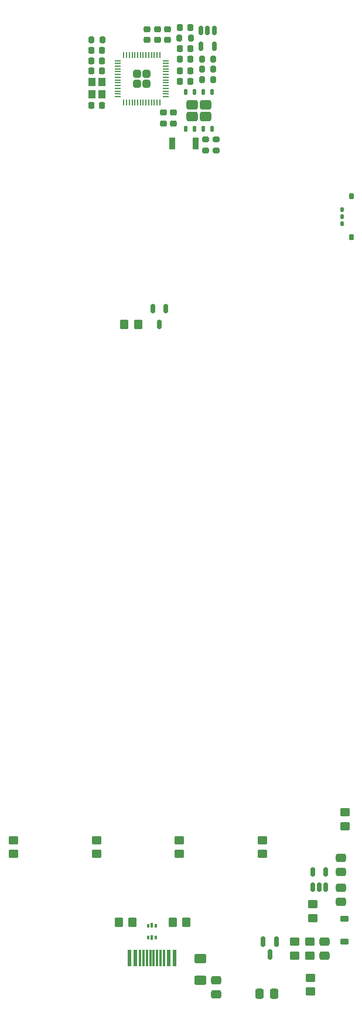
<source format=gbr>
%TF.GenerationSoftware,KiCad,Pcbnew,7.0.5*%
%TF.CreationDate,2023-07-27T14:44:28-03:00*%
%TF.ProjectId,Open_Machinist_Calculator,4f70656e-5f4d-4616-9368-696e6973745f,rev?*%
%TF.SameCoordinates,Original*%
%TF.FileFunction,Paste,Bot*%
%TF.FilePolarity,Positive*%
%FSLAX46Y46*%
G04 Gerber Fmt 4.6, Leading zero omitted, Abs format (unit mm)*
G04 Created by KiCad (PCBNEW 7.0.5) date 2023-07-27 14:44:28*
%MOMM*%
%LPD*%
G01*
G04 APERTURE LIST*
G04 Aperture macros list*
%AMRoundRect*
0 Rectangle with rounded corners*
0 $1 Rounding radius*
0 $2 $3 $4 $5 $6 $7 $8 $9 X,Y pos of 4 corners*
0 Add a 4 corners polygon primitive as box body*
4,1,4,$2,$3,$4,$5,$6,$7,$8,$9,$2,$3,0*
0 Add four circle primitives for the rounded corners*
1,1,$1+$1,$2,$3*
1,1,$1+$1,$4,$5*
1,1,$1+$1,$6,$7*
1,1,$1+$1,$8,$9*
0 Add four rect primitives between the rounded corners*
20,1,$1+$1,$2,$3,$4,$5,0*
20,1,$1+$1,$4,$5,$6,$7,0*
20,1,$1+$1,$6,$7,$8,$9,0*
20,1,$1+$1,$8,$9,$2,$3,0*%
G04 Aperture macros list end*
%ADD10RoundRect,0.250000X0.350000X0.450000X-0.350000X0.450000X-0.350000X-0.450000X0.350000X-0.450000X0*%
%ADD11RoundRect,0.150000X-0.150000X0.512500X-0.150000X-0.512500X0.150000X-0.512500X0.150000X0.512500X0*%
%ADD12RoundRect,0.225000X-0.250000X0.225000X-0.250000X-0.225000X0.250000X-0.225000X0.250000X0.225000X0*%
%ADD13RoundRect,0.250000X0.450000X-0.350000X0.450000X0.350000X-0.450000X0.350000X-0.450000X-0.350000X0*%
%ADD14RoundRect,0.250000X-0.450000X0.350000X-0.450000X-0.350000X0.450000X-0.350000X0.450000X0.350000X0*%
%ADD15RoundRect,0.200000X0.275000X-0.200000X0.275000X0.200000X-0.275000X0.200000X-0.275000X-0.200000X0*%
%ADD16RoundRect,0.250000X-0.350000X-0.450000X0.350000X-0.450000X0.350000X0.450000X-0.350000X0.450000X0*%
%ADD17RoundRect,0.250000X-0.625000X0.400000X-0.625000X-0.400000X0.625000X-0.400000X0.625000X0.400000X0*%
%ADD18RoundRect,0.200000X-0.200000X-0.275000X0.200000X-0.275000X0.200000X0.275000X-0.200000X0.275000X0*%
%ADD19R,0.375000X0.500000*%
%ADD20R,0.300000X0.650000*%
%ADD21RoundRect,0.250000X-0.475000X0.337500X-0.475000X-0.337500X0.475000X-0.337500X0.475000X0.337500X0*%
%ADD22RoundRect,0.225000X-0.225000X-0.250000X0.225000X-0.250000X0.225000X0.250000X-0.225000X0.250000X0*%
%ADD23RoundRect,0.225000X0.225000X0.250000X-0.225000X0.250000X-0.225000X-0.250000X0.225000X-0.250000X0*%
%ADD24RoundRect,0.150000X0.150000X-0.512500X0.150000X0.512500X-0.150000X0.512500X-0.150000X-0.512500X0*%
%ADD25RoundRect,0.250000X0.475000X-0.337500X0.475000X0.337500X-0.475000X0.337500X-0.475000X-0.337500X0*%
%ADD26RoundRect,0.225000X0.250000X-0.225000X0.250000X0.225000X-0.250000X0.225000X-0.250000X-0.225000X0*%
%ADD27RoundRect,0.250000X0.555000X-0.435000X0.555000X0.435000X-0.555000X0.435000X-0.555000X-0.435000X0*%
%ADD28RoundRect,0.125000X0.125000X-0.262500X0.125000X0.262500X-0.125000X0.262500X-0.125000X-0.262500X0*%
%ADD29RoundRect,0.218750X-0.218750X-0.256250X0.218750X-0.256250X0.218750X0.256250X-0.218750X0.256250X0*%
%ADD30RoundRect,0.127500X-0.127500X0.172500X-0.127500X-0.172500X0.127500X-0.172500X0.127500X0.172500X0*%
%ADD31RoundRect,0.125000X-0.125000X0.175000X-0.125000X-0.175000X0.125000X-0.175000X0.125000X0.175000X0*%
%ADD32RoundRect,0.175000X-0.175000X0.275000X-0.175000X-0.275000X0.175000X-0.275000X0.175000X0.275000X0*%
%ADD33R,0.600000X2.450000*%
%ADD34R,0.300000X2.450000*%
%ADD35RoundRect,0.250000X0.315000X-0.315000X0.315000X0.315000X-0.315000X0.315000X-0.315000X-0.315000X0*%
%ADD36O,0.200000X0.875000*%
%ADD37O,0.875000X0.200000*%
%ADD38RoundRect,0.250000X-0.337500X-0.475000X0.337500X-0.475000X0.337500X0.475000X-0.337500X0.475000X0*%
%ADD39R,1.000000X1.150000*%
%ADD40RoundRect,0.225000X-0.375000X0.225000X-0.375000X-0.225000X0.375000X-0.225000X0.375000X0.225000X0*%
%ADD41R,0.900000X1.700000*%
%ADD42RoundRect,0.150000X-0.150000X0.587500X-0.150000X-0.587500X0.150000X-0.587500X0.150000X0.587500X0*%
G04 APERTURE END LIST*
D10*
%TO.C,R14*%
X104000000Y-123237500D03*
X102000000Y-123237500D03*
%TD*%
D11*
%TO.C,Q2*%
X107105000Y-123237500D03*
X108055000Y-120962500D03*
X106155000Y-120962500D03*
%TD*%
D12*
%TO.C,C6*%
X109150000Y-92624994D03*
X109150000Y-94174994D03*
%TD*%
D13*
%TO.C,R3*%
X110000000Y-199800000D03*
X110000000Y-197800000D03*
%TD*%
D14*
%TO.C,R10*%
X126600000Y-212500000D03*
X126600000Y-214500000D03*
%TD*%
D15*
%TO.C,R12*%
X113800000Y-98124994D03*
X113800000Y-96474994D03*
%TD*%
D11*
%TO.C,U4*%
X113100000Y-80712494D03*
X114050000Y-80712494D03*
X115000000Y-80712494D03*
X115000000Y-82987494D03*
X113100000Y-82987494D03*
%TD*%
D13*
%TO.C,R9*%
X128900000Y-219700000D03*
X128900000Y-217700000D03*
%TD*%
D16*
%TO.C,R7*%
X109000000Y-209700000D03*
X111000000Y-209700000D03*
%TD*%
D17*
%TO.C,F1*%
X113000000Y-214950000D03*
X113000000Y-218050000D03*
%TD*%
D18*
%TO.C,R13*%
X97225000Y-82099994D03*
X98875000Y-82099994D03*
%TD*%
D13*
%TO.C,R8*%
X129250000Y-209100000D03*
X129250000Y-207100000D03*
%TD*%
D19*
%TO.C,U1*%
X106537500Y-211850000D03*
D20*
X106000000Y-211925000D03*
D19*
X105462500Y-211850000D03*
X105462500Y-210150000D03*
D20*
X106000000Y-210075000D03*
D19*
X106537500Y-210150000D03*
%TD*%
D21*
%TO.C,C1*%
X115300000Y-218062500D03*
X115300000Y-220137500D03*
%TD*%
D22*
%TO.C,C15*%
X110025000Y-80349994D03*
X111575000Y-80349994D03*
%TD*%
D18*
%TO.C,R15*%
X113225000Y-84849994D03*
X114875000Y-84849994D03*
%TD*%
D23*
%TO.C,C8*%
X98825000Y-85099994D03*
X97275000Y-85099994D03*
%TD*%
%TO.C,C12*%
X98825000Y-83599994D03*
X97275000Y-83599994D03*
%TD*%
D13*
%TO.C,R5*%
X133900000Y-195800000D03*
X133900000Y-193800000D03*
%TD*%
D24*
%TO.C,U2*%
X131150000Y-204637500D03*
X130200000Y-204637500D03*
X129250000Y-204637500D03*
X129250000Y-202362500D03*
X131150000Y-202362500D03*
%TD*%
D13*
%TO.C,R11*%
X128800000Y-214500000D03*
X128800000Y-212500000D03*
%TD*%
D25*
%TO.C,C2*%
X131000000Y-214537500D03*
X131000000Y-212462500D03*
%TD*%
D15*
%TO.C,R20*%
X115300000Y-98124994D03*
X115300000Y-96474994D03*
%TD*%
D26*
%TO.C,C9*%
X105300000Y-82124994D03*
X105300000Y-80574994D03*
%TD*%
D22*
%TO.C,C18*%
X110025000Y-86599994D03*
X111575000Y-86599994D03*
%TD*%
D27*
%TO.C,U5*%
X111800000Y-93149994D03*
X113800000Y-93149994D03*
X111800000Y-91449994D03*
X113800000Y-91449994D03*
D28*
X114705000Y-94962494D03*
X113435000Y-94962494D03*
X112165000Y-94962494D03*
X110895000Y-94962494D03*
X110895000Y-89637494D03*
X112165000Y-89637494D03*
X113435000Y-89637494D03*
X114705000Y-89637494D03*
%TD*%
D29*
%TO.C,D2*%
X110012500Y-83349994D03*
X111587500Y-83349994D03*
%TD*%
D13*
%TO.C,R1*%
X86000000Y-199800000D03*
X86000000Y-197800000D03*
%TD*%
D25*
%TO.C,C4*%
X133300000Y-202437500D03*
X133300000Y-200362500D03*
%TD*%
D26*
%TO.C,C10*%
X106800000Y-82124994D03*
X106800000Y-80574994D03*
%TD*%
D21*
%TO.C,C3*%
X133300000Y-204662500D03*
X133300000Y-206737500D03*
%TD*%
D30*
%TO.C,SW2*%
X133465000Y-106660000D03*
X133465000Y-107660000D03*
D31*
X133465000Y-108660000D03*
D32*
X134820000Y-104660000D03*
X134820000Y-110660000D03*
%TD*%
D10*
%TO.C,R6*%
X103200000Y-209700000D03*
X101200000Y-209700000D03*
%TD*%
D18*
%TO.C,R19*%
X113225000Y-87849994D03*
X114875000Y-87849994D03*
%TD*%
D13*
%TO.C,R2*%
X98000000Y-199800000D03*
X98000000Y-197800000D03*
%TD*%
D26*
%TO.C,C11*%
X108300000Y-82124994D03*
X108300000Y-80574994D03*
%TD*%
D33*
%TO.C,J1*%
X109245000Y-214825000D03*
X108470000Y-214825000D03*
D34*
X107770000Y-214825000D03*
X107270000Y-214825000D03*
X106770000Y-214825000D03*
X106270000Y-214825000D03*
X105770000Y-214825000D03*
X105270000Y-214825000D03*
X104770000Y-214825000D03*
X104270000Y-214825000D03*
D33*
X103570000Y-214825000D03*
X102795000Y-214825000D03*
%TD*%
D35*
%TO.C,U3*%
X103850000Y-88399994D03*
X105250000Y-88399994D03*
X103850000Y-86999994D03*
X105250000Y-86999994D03*
D36*
X107150000Y-91137494D03*
X106750000Y-91137494D03*
X106350000Y-91137494D03*
X105950000Y-91137494D03*
X105550000Y-91137494D03*
X105150000Y-91137494D03*
X104750000Y-91137494D03*
X104350000Y-91137494D03*
X103950000Y-91137494D03*
X103550000Y-91137494D03*
X103150000Y-91137494D03*
X102750000Y-91137494D03*
X102350000Y-91137494D03*
X101950000Y-91137494D03*
D37*
X101112500Y-90299994D03*
X101112500Y-89899994D03*
X101112500Y-89499994D03*
X101112500Y-89099994D03*
X101112500Y-88699994D03*
X101112500Y-88299994D03*
X101112500Y-87899994D03*
X101112500Y-87499994D03*
X101112500Y-87099994D03*
X101112500Y-86699994D03*
X101112500Y-86299994D03*
X101112500Y-85899994D03*
X101112500Y-85499994D03*
X101112500Y-85099994D03*
D36*
X101950000Y-84262494D03*
X102350000Y-84262494D03*
X102750000Y-84262494D03*
X103150000Y-84262494D03*
X103550000Y-84262494D03*
X103950000Y-84262494D03*
X104350000Y-84262494D03*
X104750000Y-84262494D03*
X105150000Y-84262494D03*
X105550000Y-84262494D03*
X105950000Y-84262494D03*
X106350000Y-84262494D03*
X106750000Y-84262494D03*
X107150000Y-84262494D03*
D37*
X107987500Y-85099994D03*
X107987500Y-85499994D03*
X107987500Y-85899994D03*
X107987500Y-86299994D03*
X107987500Y-86699994D03*
X107987500Y-87099994D03*
X107987500Y-87499994D03*
X107987500Y-87899994D03*
X107987500Y-88299994D03*
X107987500Y-88699994D03*
X107987500Y-89099994D03*
X107987500Y-89499994D03*
X107987500Y-89899994D03*
X107987500Y-90299994D03*
%TD*%
D13*
%TO.C,R4*%
X122000000Y-199800000D03*
X122000000Y-197800000D03*
%TD*%
D12*
%TO.C,C7*%
X107650000Y-92624994D03*
X107650000Y-94174994D03*
%TD*%
D22*
%TO.C,C16*%
X97275000Y-91599994D03*
X98825000Y-91599994D03*
%TD*%
%TO.C,C14*%
X110025000Y-84849994D03*
X111575000Y-84849994D03*
%TD*%
%TO.C,C13*%
X110025000Y-88099994D03*
X111575000Y-88099994D03*
%TD*%
D38*
%TO.C,C5*%
X121562500Y-220000000D03*
X123637500Y-220000000D03*
%TD*%
D39*
%TO.C,Y1*%
X98750000Y-88224994D03*
X98750000Y-89974994D03*
X97350000Y-89974994D03*
X97350000Y-88224994D03*
%TD*%
D18*
%TO.C,R18*%
X113225000Y-86349994D03*
X114875000Y-86349994D03*
%TD*%
D40*
%TO.C,D1*%
X133800000Y-209150000D03*
X133800000Y-212450000D03*
%TD*%
D41*
%TO.C,SW1*%
X108950000Y-97099994D03*
X112350000Y-97099994D03*
%TD*%
D23*
%TO.C,C17*%
X98825000Y-86599994D03*
X97275000Y-86599994D03*
%TD*%
D42*
%TO.C,Q1*%
X122100000Y-212500000D03*
X124000000Y-212500000D03*
X123050000Y-214375000D03*
%TD*%
D18*
%TO.C,R17*%
X109975000Y-81849994D03*
X111625000Y-81849994D03*
%TD*%
M02*

</source>
